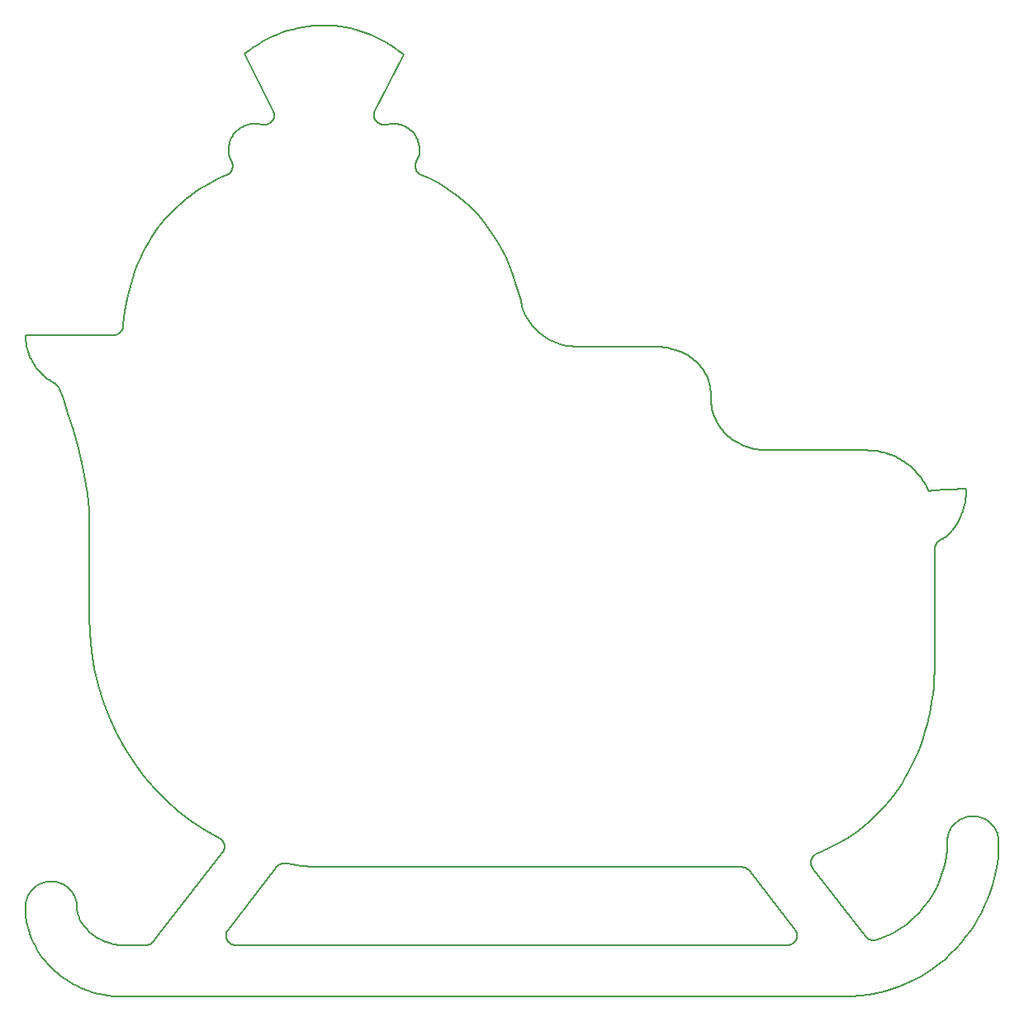
<source format=gm1>
G04 #@! TF.GenerationSoftware,KiCad,Pcbnew,7.0.9*
G04 #@! TF.CreationDate,2023-12-10T17:01:55-06:00*
G04 #@! TF.ProjectId,Sleigh_Controller_Ornament_2023,536c6569-6768-45f4-936f-6e74726f6c6c,rev?*
G04 #@! TF.SameCoordinates,Original*
G04 #@! TF.FileFunction,Profile,NP*
%FSLAX46Y46*%
G04 Gerber Fmt 4.6, Leading zero omitted, Abs format (unit mm)*
G04 Created by KiCad (PCBNEW 7.0.9) date 2023-12-10 17:01:55*
%MOMM*%
%LPD*%
G01*
G04 APERTURE LIST*
G04 #@! TA.AperFunction,Profile*
%ADD10C,0.199600*%
G04 #@! TD*
G04 APERTURE END LIST*
D10*
X109572051Y-131047977D02*
X110023875Y-131210443D01*
X199200287Y-82703397D02*
X199245010Y-82605972D01*
X199181401Y-113627520D02*
X199074004Y-113696371D01*
X182108548Y-126267401D02*
X182069423Y-126295224D01*
X170030165Y-65424181D02*
X169755144Y-65343028D01*
X197736171Y-84602585D02*
X197770441Y-84577994D01*
X193779672Y-130401902D02*
X194497664Y-130060461D01*
X123542976Y-115671041D02*
X123576288Y-115708190D01*
X124141675Y-126025674D02*
X124115718Y-125985185D01*
X139946255Y-42285896D02*
X139853686Y-42256583D01*
X130156852Y-118086895D02*
X130213674Y-118091502D01*
X143057790Y-43032789D02*
X142980069Y-42955582D01*
X106607475Y-68992438D02*
X106635668Y-69014839D01*
X124628864Y-46279224D02*
X124640858Y-46327161D01*
X129725261Y-118098526D02*
X129781184Y-118088325D01*
X194962847Y-78198133D02*
X194800537Y-78011489D01*
X143409632Y-46754202D02*
X143400414Y-46706725D01*
X182491646Y-125279187D02*
X182497971Y-125316052D01*
X104022356Y-125765284D02*
X104205485Y-126183288D01*
X171947253Y-66444885D02*
X171738471Y-66281893D01*
X173669606Y-69730205D02*
X173631736Y-69435736D01*
X108964813Y-123748716D02*
X108893639Y-123580469D01*
X124493313Y-47119934D02*
X124464977Y-47160007D01*
X104393590Y-67069823D02*
X104465430Y-67172056D01*
X139151833Y-41385804D02*
X139150477Y-41349630D01*
X182146246Y-126237775D02*
X182108548Y-126267401D01*
X184823426Y-116958153D02*
X184873463Y-116938801D01*
X128831443Y-40981489D02*
X128831477Y-40981552D01*
X120361368Y-49576072D02*
X119879896Y-49945239D01*
X202423647Y-114019546D02*
X202331652Y-113931923D01*
X153014445Y-56758997D02*
X152583363Y-55791300D01*
X143600391Y-43861673D02*
X143555435Y-43758780D01*
X105969346Y-68595185D02*
X106075873Y-68664008D01*
X128887315Y-41290608D02*
X128891740Y-41332524D01*
X183986380Y-117715884D02*
X184001060Y-117670505D01*
X195903468Y-79656583D02*
X195791268Y-79433189D01*
X127684132Y-42326783D02*
X127615007Y-42316234D01*
X103835300Y-66034878D02*
X103887151Y-66157493D01*
X201582070Y-113452306D02*
X201461912Y-113404900D01*
X174165792Y-72539718D02*
X174059859Y-72290491D01*
X178111928Y-75565695D02*
X177834611Y-75499057D01*
X103581657Y-65251909D02*
X103616608Y-65387969D01*
X198287039Y-79717685D02*
X197828566Y-79736503D01*
X106397750Y-68846416D02*
X106397932Y-68846618D01*
X196709877Y-85417372D02*
X196739619Y-85356019D01*
X141265427Y-34444134D02*
X140795788Y-34130044D01*
X154134474Y-60130416D02*
X154069472Y-59889564D01*
X191486924Y-131211631D02*
X192273727Y-130978917D01*
X190319900Y-125969233D02*
X190254316Y-125964665D01*
X128831477Y-40981552D02*
X128831520Y-40981638D01*
X175634883Y-74408590D02*
X175430433Y-74236650D01*
X104254211Y-66856251D02*
X104322947Y-66964268D01*
X177313002Y-118581317D02*
X177358843Y-118606716D01*
X143449661Y-46173111D02*
X143468282Y-46125739D01*
X185648692Y-116598526D02*
X186325041Y-116266154D01*
X128750020Y-41877970D02*
X128724089Y-41912918D01*
X173231588Y-68098347D02*
X173111900Y-67858394D01*
X198742227Y-83520557D02*
X198783289Y-83457492D01*
X143845907Y-47384339D02*
X143845610Y-47384362D01*
X199292235Y-113563780D02*
X199181401Y-113627520D01*
X127615007Y-42316234D02*
X127580779Y-42310316D01*
X201924273Y-113627527D02*
X201813418Y-113563787D01*
X198363281Y-84014826D02*
X198466032Y-83885581D01*
X141284703Y-42227147D02*
X141169562Y-42223970D01*
X109046110Y-123916308D02*
X108964813Y-123748716D01*
X201699295Y-113505324D02*
X201582070Y-113452306D01*
X105384262Y-120021424D02*
X105258797Y-120057162D01*
X124233882Y-44822090D02*
X124229130Y-44934824D01*
X181663449Y-126454168D02*
X181613506Y-126460517D01*
X184058061Y-118463109D02*
X184036187Y-118418682D01*
X202938507Y-114743263D02*
X202879963Y-114629220D01*
X199483051Y-82006440D02*
X199534192Y-81853616D01*
X124449323Y-45897966D02*
X124505661Y-46004052D01*
X197638832Y-118239319D02*
X197433550Y-119006389D01*
X189820856Y-125814442D02*
X189765317Y-125776428D01*
X142547848Y-42621217D02*
X142453490Y-42565330D01*
X128090423Y-42311683D02*
X128046142Y-42322073D01*
X105756586Y-68446410D02*
X105862892Y-68522548D01*
X198700425Y-83582814D02*
X198742227Y-83520557D01*
X128831293Y-40981276D02*
X128831315Y-40981316D01*
X156782883Y-64180533D02*
X156408770Y-63923307D01*
X199806704Y-125656984D02*
X200257960Y-125046101D01*
X195859715Y-103802248D02*
X196037701Y-103056167D01*
X200688769Y-113247657D02*
X200552778Y-113244208D01*
X107783800Y-71967957D02*
X108302953Y-73676280D01*
X124372094Y-126267401D02*
X124334396Y-126237775D01*
X104690586Y-67464170D02*
X104768548Y-67556640D01*
X199288316Y-82507727D02*
X199330191Y-82408725D01*
X113368136Y-63247247D02*
X113346887Y-63294134D01*
X124532384Y-46047971D02*
X124556607Y-46092789D01*
X196056767Y-121883618D02*
X195578423Y-122534566D01*
X143709482Y-44184305D02*
X143677530Y-44074528D01*
X124868299Y-43174483D02*
X124788197Y-43275097D01*
X193972998Y-108670809D02*
X194310240Y-108017387D01*
X113029021Y-63693900D02*
X112988354Y-63724997D01*
X128831931Y-40982508D02*
X128831941Y-40982536D01*
X177019022Y-118482770D02*
X177069719Y-118492714D01*
X183984775Y-118281518D02*
X183972332Y-118234788D01*
X196684266Y-85480990D02*
X196709877Y-85417372D01*
X196646082Y-85614240D02*
X196662947Y-85546678D01*
X197701583Y-84626337D02*
X197736171Y-84602585D01*
X113403906Y-63150870D02*
X113387167Y-63199463D01*
X128424860Y-42173312D02*
X128385691Y-42195722D01*
X103607736Y-121555872D02*
X103560328Y-121676029D01*
X113412575Y-131760032D02*
X187237593Y-131760032D01*
X115434685Y-55457157D02*
X115175355Y-56003633D01*
X142453490Y-42565330D02*
X142356764Y-42513323D01*
X128831185Y-40981034D02*
X128831229Y-40981140D01*
X182412633Y-125039662D02*
X182453266Y-125136723D01*
X103723208Y-124899343D02*
X103861363Y-125337122D01*
X123976387Y-125569753D02*
X123972531Y-125519073D01*
X103430154Y-122182629D02*
X103413310Y-122314933D01*
X128831898Y-40982376D02*
X128831912Y-40982415D01*
X103786024Y-65909991D02*
X103835300Y-66034878D01*
X184941917Y-116914705D02*
X184947294Y-116913779D01*
X190663675Y-125913863D02*
X190586659Y-125936344D01*
X104187476Y-66745791D02*
X104254211Y-66856251D01*
X109861233Y-81025356D02*
X109927056Y-81847913D01*
X198634982Y-83675914D02*
X198657866Y-83644217D01*
X143620381Y-47185800D02*
X143589864Y-47147425D01*
X195543994Y-79000739D02*
X195409271Y-78792036D01*
X130098566Y-118081639D02*
X130156852Y-118086895D01*
X198257155Y-84138801D02*
X198284354Y-84108791D01*
X124199123Y-126102498D02*
X124169498Y-126064799D01*
X124229130Y-44934824D02*
X124229835Y-45045717D01*
X197049835Y-85006441D02*
X197106780Y-84970265D01*
X173111900Y-67858394D02*
X172979824Y-67627795D01*
X187237593Y-131760032D02*
X188127585Y-131737142D01*
X105642340Y-119968478D02*
X105512166Y-119991806D01*
X125041857Y-42986397D02*
X124952920Y-43078210D01*
X143271421Y-43283397D02*
X143203581Y-43196789D01*
X134579484Y-32163887D02*
X134036955Y-32150374D01*
X199832583Y-80472125D02*
X199846774Y-80322010D01*
X183963613Y-117808315D02*
X183973894Y-117761850D01*
X104000230Y-66399938D02*
X104060390Y-66517616D01*
X130281254Y-32703799D02*
X129760190Y-32875534D01*
X184265784Y-117267848D02*
X184303781Y-117234589D01*
X197433550Y-119006389D02*
X197171749Y-119758473D01*
X143762021Y-44418907D02*
X143736868Y-44296189D01*
X192398899Y-76286851D02*
X192166235Y-76191410D01*
X109254268Y-77397094D02*
X109448996Y-78336185D01*
X127911827Y-42343372D02*
X127866817Y-42347090D01*
X192403289Y-111122439D02*
X192828557Y-110535028D01*
X128856014Y-41094307D02*
X128869557Y-41168192D01*
X189661299Y-125688265D02*
X189613273Y-125638174D01*
X124817188Y-126454168D02*
X124768046Y-126445390D01*
X116527085Y-126079764D02*
X116490105Y-126124667D01*
X128570961Y-42070166D02*
X128536174Y-42097923D01*
X200257960Y-125046101D02*
X200679380Y-124416142D01*
X156408770Y-63923307D02*
X156056522Y-63638412D01*
X115976579Y-126437060D02*
X115923509Y-126448533D01*
X112434449Y-126370538D02*
X112201508Y-126318736D01*
X128817056Y-41766622D02*
X128796580Y-41804794D01*
X110010771Y-94516054D02*
X110191063Y-96334980D01*
X177266074Y-118558458D02*
X177313002Y-118581317D01*
X152583363Y-55791300D02*
X152110705Y-54862510D01*
X142728998Y-42744256D02*
X142639723Y-42680890D01*
X184081463Y-117496564D02*
X184106924Y-117455403D01*
X123777806Y-116092925D02*
X123789116Y-116139632D01*
X128888357Y-41561029D02*
X128878495Y-41604020D01*
X123728398Y-116756463D02*
X123707442Y-116801521D01*
X112470924Y-63917150D02*
X112419472Y-63918662D01*
X199406339Y-113505318D02*
X199292235Y-113563780D01*
X128852021Y-41687249D02*
X128835562Y-41727431D01*
X196739619Y-85356019D02*
X196773329Y-85297128D01*
X129183431Y-118415699D02*
X129224457Y-118371678D01*
X173730987Y-70934967D02*
X173708067Y-70643416D01*
X143489336Y-46078919D02*
X143512839Y-46032734D01*
X131338919Y-32429809D02*
X130807760Y-32555225D01*
X123687839Y-115869475D02*
X123710259Y-115912522D01*
X198311041Y-84078032D02*
X198337317Y-84046663D01*
X123789116Y-116139632D02*
X123798178Y-116186804D01*
X113611261Y-61492494D02*
X113451973Y-62847350D01*
X129312614Y-118292599D02*
X129359455Y-118257579D01*
X159161618Y-65030937D02*
X158926815Y-64996993D01*
X116229794Y-126336892D02*
X116181194Y-126362578D01*
X142980069Y-42955582D02*
X142899287Y-42881695D01*
X114708003Y-57135317D02*
X114499988Y-57720327D01*
X200020046Y-113298016D02*
X199892105Y-113327585D01*
X139411018Y-41978516D02*
X139378934Y-41944384D01*
X128831394Y-40981414D02*
X128831416Y-40981445D01*
X188827294Y-114697415D02*
X189401395Y-114248386D01*
X182506515Y-125391098D02*
X182508683Y-125429224D01*
X140232250Y-42329453D02*
X140136275Y-42322603D01*
X143808659Y-44771865D02*
X143797967Y-44656680D01*
X123777133Y-116617451D02*
X123763235Y-116664339D01*
X169755144Y-65343028D02*
X169473451Y-65272447D01*
X198594449Y-114111438D02*
X198511197Y-114207445D01*
X199428509Y-82158318D02*
X199483051Y-82006440D01*
X171738471Y-66281893D02*
X171520160Y-66128863D01*
X103782959Y-121213669D02*
X103719218Y-121324524D01*
X178394413Y-75620679D02*
X178111928Y-75565695D01*
X106398687Y-68847295D02*
X106399319Y-68847806D01*
X202135507Y-113770172D02*
X202031692Y-113696378D01*
X123764257Y-116046770D02*
X123777806Y-116092925D01*
X113142389Y-63589669D02*
X113106113Y-63626147D01*
X124230488Y-126138708D02*
X124199123Y-126102498D01*
X184106924Y-117455403D02*
X184134505Y-117415344D01*
X105650500Y-68367083D02*
X105756586Y-68446410D01*
X124464977Y-47160007D02*
X124434570Y-47198767D01*
X143512839Y-46032734D02*
X143538809Y-45987267D01*
X198823630Y-83393661D02*
X198863266Y-83329111D01*
X155727699Y-63327407D02*
X155423861Y-62991852D01*
X200552778Y-113244208D02*
X200416785Y-113247656D01*
X182448846Y-125810843D02*
X182430977Y-125856161D01*
X140327887Y-42328272D02*
X140232250Y-42329453D01*
X154069472Y-59889564D02*
X153756375Y-58808726D01*
X116451082Y-126166874D02*
X116410144Y-126206368D01*
X182069423Y-126295224D02*
X182028934Y-126321182D01*
X192273727Y-130978917D02*
X193038168Y-130708531D01*
X124263530Y-126173366D02*
X124230488Y-126138708D01*
X123971230Y-125467719D02*
X123971959Y-125429224D01*
X189904696Y-75724957D02*
X189637999Y-75719977D01*
X106382990Y-129096646D02*
X106733688Y-129398859D01*
X158466781Y-64901524D02*
X158020810Y-64770584D01*
X120484138Y-113783031D02*
X121920280Y-114726334D01*
X143815230Y-44995163D02*
X143814430Y-44884671D01*
X128866357Y-41646103D02*
X128852021Y-41687249D01*
X139208776Y-41670158D02*
X139193349Y-41626349D01*
X143687502Y-47258357D02*
X143652933Y-47222805D01*
X177834611Y-75499057D02*
X177562848Y-75420968D01*
X133496615Y-118463993D02*
X133959562Y-118470771D01*
X106397595Y-68846019D02*
X106397624Y-68846078D01*
X124585589Y-46948355D02*
X124565716Y-46992758D01*
X124434570Y-47198767D02*
X124402110Y-47236122D01*
X110920780Y-125808764D02*
X110729180Y-125694871D01*
X201461912Y-113404900D02*
X201338990Y-113363272D01*
X184017920Y-117625797D02*
X184036949Y-117581847D01*
X112521892Y-63912681D02*
X112470924Y-63917150D01*
X124917809Y-126464373D02*
X124867130Y-126460517D01*
X103440576Y-64383148D02*
X103455300Y-64533637D01*
X197166395Y-84938117D02*
X197388670Y-84828269D01*
X140549763Y-42292531D02*
X140518358Y-42297950D01*
X182497971Y-125316052D02*
X182502936Y-125353365D01*
X173692590Y-70033494D02*
X173669606Y-69730205D01*
X183962217Y-118187698D02*
X183954417Y-118140333D01*
X107727464Y-120543151D02*
X107627447Y-120464486D01*
X188127585Y-131737142D02*
X188998089Y-131669426D01*
X108661004Y-122182588D02*
X108637688Y-122052365D01*
X194800537Y-78011489D02*
X194631767Y-77830801D01*
X106075873Y-68664008D02*
X106182400Y-68728703D01*
X199154163Y-82799940D02*
X199200287Y-82703397D01*
X141169562Y-42223970D02*
X140978224Y-42221972D01*
X123730475Y-115956479D02*
X123748477Y-116001259D01*
X198279674Y-127360870D02*
X198816986Y-126815799D01*
X119415498Y-50328641D02*
X118968178Y-50726178D01*
X128831793Y-40982162D02*
X128831842Y-40982254D01*
X197596329Y-84694007D02*
X197631619Y-84671904D01*
X197828323Y-79736512D02*
X197828103Y-79736514D01*
X157177301Y-64408528D02*
X156782883Y-64180533D01*
X128737541Y-33288497D02*
X128237532Y-33529730D01*
X182489130Y-125668838D02*
X182477985Y-125717119D01*
X196007811Y-79884521D02*
X195903468Y-79656583D01*
X181760872Y-126434245D02*
X181712591Y-126445390D01*
X127546929Y-42303667D02*
X127414261Y-42273776D01*
X182483987Y-125242795D02*
X182491646Y-125279187D01*
X106741003Y-69112882D02*
X106764991Y-69139986D01*
X197171749Y-119758473D02*
X196854383Y-120491452D01*
X105274275Y-68067698D02*
X105341395Y-68124735D01*
X124243947Y-44707256D02*
X124233882Y-44822090D01*
X198587655Y-83737057D02*
X198611537Y-83706798D01*
X173512765Y-68873559D02*
X173432378Y-68606005D01*
X104566557Y-120390741D02*
X104462834Y-120464629D01*
X143335736Y-43372952D02*
X143271421Y-43283397D01*
X116131446Y-126385455D02*
X116080675Y-126405505D01*
X172512850Y-66992879D02*
X172334800Y-66800455D01*
X143453329Y-43560531D02*
X143396411Y-43465361D01*
X192166235Y-76191410D02*
X191929381Y-76104222D01*
X124658837Y-46667274D02*
X124652193Y-46715405D01*
X194456712Y-77656247D02*
X194275546Y-77488002D01*
X127753377Y-42337125D02*
X127684132Y-42326783D01*
X143450463Y-46893092D02*
X143434674Y-46847469D01*
X184873463Y-116938801D02*
X184922987Y-116918784D01*
X199370619Y-82309028D02*
X199428509Y-82158318D01*
X139151108Y-41279869D02*
X139152949Y-41246584D01*
X104465430Y-67172056D02*
X104538936Y-67271866D01*
X184229846Y-117302639D02*
X184265784Y-117267848D01*
X123982735Y-125619695D02*
X123976387Y-125569753D01*
X110544502Y-125573949D02*
X110366999Y-125446457D01*
X107191321Y-120199301D02*
X107074113Y-120146214D01*
X196008893Y-79884434D02*
X196007811Y-79884521D01*
X106044820Y-119937903D02*
X105908834Y-119941358D01*
X105075315Y-67884524D02*
X105141203Y-67947671D01*
X203186324Y-115619191D02*
X203169452Y-115486911D01*
X191654914Y-125548819D02*
X191250311Y-125714291D01*
X112201508Y-126318736D02*
X111973711Y-126256683D01*
X105009900Y-67819182D02*
X105075315Y-67884524D01*
X129781184Y-118088325D02*
X129837585Y-118081309D01*
X181511473Y-126465674D02*
X124969162Y-126465674D01*
X197440581Y-84795906D02*
X197457430Y-84784007D01*
X156056522Y-63638412D02*
X155727699Y-63327407D01*
X124672411Y-126420796D02*
X124626044Y-126405106D01*
X124626044Y-126405106D02*
X124580727Y-126387236D01*
X125654746Y-42535997D02*
X125544176Y-42598496D01*
X177037522Y-75231259D02*
X176784729Y-75120046D01*
X203080769Y-115103363D02*
X203039078Y-114980502D01*
X141398748Y-42235229D02*
X141284703Y-42227147D01*
X196773329Y-85297128D02*
X196810845Y-85240894D01*
X105408862Y-68179892D02*
X105476644Y-68233248D01*
X198902217Y-83263883D02*
X198940500Y-83198024D01*
X197631619Y-84671904D02*
X197666718Y-84649396D01*
X124248197Y-45263029D02*
X124266144Y-45369970D01*
X126003009Y-42380847D02*
X125884365Y-42427051D01*
X199766597Y-113363266D02*
X199643688Y-113404894D01*
X124356783Y-45687064D02*
X124399745Y-45792390D01*
X139187554Y-41057500D02*
X139194731Y-41038576D01*
X108086446Y-120902255D02*
X108003198Y-120806149D01*
X104538936Y-67271866D02*
X104614018Y-67369241D01*
X110034532Y-125173606D02*
X109880171Y-125029210D01*
X201758881Y-122426112D02*
X202055212Y-121734153D01*
X109238198Y-124247531D02*
X109137312Y-124082746D01*
X197827681Y-79736506D02*
X197827454Y-79736499D01*
X159639823Y-65070271D02*
X159399353Y-65055428D01*
X198289775Y-114518446D02*
X198225971Y-114629217D01*
X197491075Y-84760053D02*
X197508079Y-84748502D01*
X125134907Y-42899167D02*
X125041857Y-42986397D01*
X195671385Y-79214515D02*
X195543994Y-79000739D01*
X128832084Y-40982782D02*
X128832159Y-40982897D01*
X128237532Y-33529730D02*
X127746117Y-33794133D01*
X139152949Y-41246584D02*
X139155710Y-41214565D01*
X124290127Y-45476115D02*
X124320292Y-45581726D01*
X143641127Y-43966953D02*
X143600391Y-43861673D01*
X116004647Y-54403437D02*
X115711117Y-54923726D01*
X112909190Y-131748274D02*
X113412575Y-131760032D01*
X183949715Y-117902399D02*
X183955549Y-117855193D01*
X143561400Y-47107765D02*
X143535004Y-47066901D01*
X197123016Y-128375186D02*
X197714825Y-127881142D01*
X103549860Y-65113654D02*
X103581657Y-65251909D01*
X188232473Y-115124301D02*
X188827294Y-114697415D01*
X182410992Y-125900365D02*
X182388954Y-125943394D01*
X103616449Y-63918693D02*
X103417379Y-63918693D01*
X192828557Y-110535028D02*
X193232021Y-109930224D01*
X198682144Y-114019540D02*
X198594449Y-114111438D01*
X104898699Y-120199427D02*
X104784656Y-120257972D01*
X128831958Y-40982573D02*
X128831986Y-40982624D01*
X127149285Y-42234899D02*
X127017382Y-42225669D01*
X177358843Y-118606716D02*
X177403489Y-118634643D01*
X107479687Y-129956024D02*
X107873582Y-130209893D01*
X197525343Y-84737571D02*
X197596329Y-84694007D01*
X112622073Y-63895225D02*
X112572300Y-63905342D01*
X196037701Y-103056167D02*
X196192395Y-102299224D01*
X197826567Y-79736503D02*
X197372090Y-79761785D01*
X143742915Y-45515214D02*
X143767721Y-45415307D01*
X197909488Y-115753408D02*
X197906035Y-115889396D01*
X198284354Y-84108791D02*
X198311041Y-84078032D01*
X190189194Y-125955818D02*
X190124759Y-125942719D01*
X113430204Y-63051617D02*
X113418277Y-63101558D01*
X116315273Y-53896390D02*
X116004647Y-54403437D01*
X123977707Y-125353365D02*
X123982673Y-125316052D01*
X112988354Y-63724997D02*
X112946374Y-63754121D01*
X115869928Y-126457114D02*
X115815963Y-126462788D01*
X139594600Y-42128064D02*
X139516903Y-42072604D01*
X177169405Y-118520420D02*
X177218172Y-118538155D01*
X197826909Y-79736495D02*
X197826567Y-79736503D01*
X199581877Y-81700067D02*
X199626054Y-81546013D01*
X113323496Y-63340032D02*
X113298039Y-63384854D01*
X103608595Y-124452489D02*
X103723208Y-124899343D01*
X143845610Y-47384362D02*
X143803143Y-47355458D01*
X128832027Y-40982692D02*
X128832084Y-40982782D01*
X103452808Y-123533721D02*
X103518228Y-123997101D01*
X183945713Y-118045123D02*
X183944785Y-117997450D01*
X106397040Y-68845609D02*
X106397333Y-68845803D01*
X117349710Y-52455695D02*
X116987807Y-52922420D01*
X196515368Y-99969162D02*
X196575539Y-99174709D01*
X182028934Y-126321182D02*
X181987144Y-126345211D01*
X123972531Y-125519073D02*
X123971230Y-125467719D01*
X132117576Y-118368852D02*
X132575643Y-118412218D01*
X199626054Y-81546013D02*
X199666670Y-81391678D01*
X128604463Y-42041142D02*
X128570961Y-42070166D01*
X124618837Y-46857085D02*
X124603302Y-46903100D01*
X124304573Y-44347532D02*
X124279438Y-44470238D01*
X198940500Y-83198024D02*
X198978132Y-83131576D01*
X113177049Y-63551577D02*
X113142389Y-63589669D01*
X103455300Y-64533637D02*
X103473690Y-64681943D01*
X129509271Y-118170817D02*
X129561821Y-118148058D01*
X127866817Y-42347090D02*
X127821816Y-42349070D01*
X104673886Y-120321799D02*
X104566557Y-120390741D01*
X108699645Y-130665497D02*
X109130407Y-130866148D01*
X200150251Y-113274727D02*
X200020046Y-113298016D01*
X196011690Y-79884256D02*
X196009892Y-79884364D01*
X183944785Y-117997450D02*
X183946123Y-117949847D01*
X108697357Y-122746857D02*
X108691560Y-122585151D01*
X123630319Y-116931603D02*
X123599831Y-116972968D01*
X135661105Y-32260327D02*
X135121129Y-32200539D01*
X124614459Y-46231726D02*
X124628864Y-46279224D01*
X103518228Y-123997101D02*
X103608595Y-124452489D01*
X124040121Y-125102489D02*
X124129800Y-124942600D01*
X124665305Y-46570208D02*
X124663213Y-46618844D01*
X124451706Y-126321182D02*
X124411218Y-126295224D01*
X128843006Y-41031222D02*
X128856014Y-41094307D01*
X119879896Y-49945239D02*
X119415498Y-50328641D01*
X197388670Y-84828269D02*
X197397540Y-84823406D01*
X111119047Y-125915168D02*
X110920780Y-125808764D01*
X123996660Y-125242795D02*
X124005628Y-125206902D01*
X140877983Y-42231769D02*
X140827984Y-42238689D01*
X202879963Y-114629220D02*
X202816137Y-114518450D01*
X106460199Y-68888270D02*
X106519982Y-68928756D01*
X124719766Y-126434245D02*
X124672411Y-126420796D01*
X181562827Y-126464373D02*
X181511473Y-126465674D01*
X201085519Y-113298020D02*
X200955307Y-113274730D01*
X103925606Y-121002436D02*
X103851811Y-121106250D01*
X111416084Y-101541415D02*
X112041585Y-103177425D01*
X140678887Y-42265424D02*
X140580595Y-42286470D01*
X112419472Y-63918662D02*
X109967452Y-63922413D01*
X111433386Y-131576242D02*
X111918893Y-131655838D01*
X173700331Y-70345527D02*
X173692590Y-70033494D01*
X139158246Y-41459983D02*
X139154398Y-41422639D01*
X190254316Y-125964665D02*
X190189194Y-125955818D01*
X128536174Y-42097923D02*
X128500178Y-42124385D01*
X189401395Y-114248386D02*
X189954640Y-113777807D01*
X177640043Y-118854484D02*
X182412633Y-125039662D01*
X197423574Y-84807418D02*
X197440581Y-84795906D01*
X130752804Y-118178625D02*
X131206177Y-118251240D01*
X199865202Y-79692206D02*
X199675917Y-79692206D01*
X123809461Y-116426485D02*
X123804852Y-116474560D01*
X123804852Y-116474560D02*
X123797933Y-116522472D01*
X193038168Y-130708531D02*
X193779672Y-130401902D01*
X108677866Y-122314905D02*
X108661004Y-122182588D01*
X151036162Y-53124037D02*
X150432029Y-52315549D01*
X139194731Y-41038576D02*
X142170561Y-35141615D01*
X196810845Y-85240894D02*
X196852004Y-85187513D01*
X105341395Y-68124735D02*
X105408862Y-68179892D01*
X175848353Y-74570919D02*
X175634883Y-74408590D01*
X128831362Y-40981378D02*
X128831394Y-40981414D01*
X124643300Y-46763145D02*
X124632175Y-46810403D01*
X198074131Y-84315472D02*
X198136284Y-84258759D01*
X196014815Y-79884009D02*
X196014063Y-79884089D01*
X106577594Y-119991734D02*
X106447381Y-119968421D01*
X105512166Y-119991806D02*
X105384262Y-120021424D01*
X107074113Y-120146214D02*
X106953968Y-120098746D01*
X125231867Y-42816640D02*
X125134907Y-42899167D01*
X124115718Y-125985185D02*
X124091689Y-125943394D01*
X124768046Y-126445390D02*
X124719766Y-126434245D01*
X115761742Y-126465537D02*
X113412583Y-126466041D01*
X139150260Y-41314268D02*
X139151108Y-41279869D01*
X143535004Y-47066901D02*
X143510696Y-47024919D01*
X171520160Y-66128863D02*
X171292675Y-65985873D01*
X141511582Y-42248124D02*
X141398748Y-42235229D01*
X124652193Y-46715405D02*
X124643300Y-46763145D01*
X174414733Y-73014658D02*
X174284212Y-72781175D01*
X124867130Y-126460517D02*
X124817188Y-126454168D01*
X184138060Y-118591300D02*
X184108985Y-118549504D01*
X195118522Y-78390556D02*
X194962847Y-78198133D01*
X136198624Y-32343248D02*
X135661105Y-32260327D01*
X128696491Y-41946738D02*
X128667304Y-41979400D01*
X106288853Y-68788957D02*
X106395158Y-68844459D01*
X143132332Y-43113222D02*
X143057790Y-43032789D01*
X187617067Y-115528448D02*
X188232473Y-115124301D01*
X124788197Y-43275097D02*
X124712818Y-43379929D01*
X193157052Y-124741328D02*
X192799197Y-124964011D01*
X196944605Y-85090095D02*
X196995722Y-85046449D01*
X142257785Y-42465289D02*
X142156670Y-42421321D01*
X190998020Y-112774372D02*
X191487886Y-112242705D01*
X192627200Y-76390366D02*
X192398899Y-76286851D01*
X128304713Y-42236297D02*
X128263057Y-42254407D01*
X173708067Y-70643416D02*
X173700331Y-70345527D01*
X140728400Y-42255692D02*
X140678887Y-42265424D01*
X190486893Y-113286271D02*
X190998020Y-112774372D01*
X139378934Y-41944384D02*
X139348610Y-41908922D01*
X136732897Y-32449300D02*
X136198624Y-32343248D01*
X122457965Y-48243733D02*
X121908214Y-48554969D01*
X143801718Y-45209469D02*
X143811010Y-45103407D01*
X199330191Y-82408725D02*
X199370619Y-82309028D01*
X113346887Y-63294134D02*
X113323496Y-63340032D01*
X190943566Y-75841514D02*
X190688386Y-75798232D01*
X143803143Y-47355458D02*
X143762625Y-47324767D01*
X175430433Y-74236650D02*
X175235389Y-74055306D01*
X128831640Y-40981897D02*
X128831727Y-40982044D01*
X158020810Y-64770584D02*
X157590463Y-64605731D01*
X108832811Y-123412065D02*
X108782548Y-123244003D01*
X131206177Y-118251240D02*
X131661094Y-118314920D01*
X184036187Y-118418682D02*
X184016690Y-118373551D01*
X177403489Y-118634643D02*
X177446827Y-118665082D01*
X123710259Y-115912522D02*
X123730475Y-115956479D01*
X197666718Y-84649396D02*
X197701583Y-84626337D01*
X115175355Y-56003633D02*
X114933127Y-56563052D01*
X125882172Y-35083502D02*
X128831129Y-40980898D01*
X124577038Y-43601763D02*
X124517044Y-43718523D01*
X109880171Y-125029210D02*
X109734172Y-124880170D01*
X182464536Y-125764475D02*
X182448846Y-125810843D01*
X106396600Y-68845332D02*
X106397040Y-68845609D01*
X191250311Y-125714291D02*
X190834318Y-125864173D01*
X113210020Y-63511960D02*
X113177049Y-63551577D01*
X113446428Y-62950205D02*
X113439613Y-63001136D01*
X189637999Y-75719977D02*
X179568327Y-75719977D01*
X172835720Y-67406625D02*
X172679943Y-67194961D01*
X105135936Y-120098854D02*
X105015848Y-120146332D01*
X108893639Y-123580469D02*
X108832811Y-123412065D01*
X113161601Y-126459842D02*
X112914749Y-126441552D01*
X202235549Y-113848743D02*
X202135507Y-113770172D01*
X203034725Y-118124115D02*
X203126175Y-117382072D01*
X184922987Y-116918784D02*
X184926064Y-116918036D01*
X139516903Y-42072604D02*
X139444768Y-42011287D01*
X176967903Y-118475451D02*
X177019022Y-118482770D01*
X127281646Y-42250894D02*
X127149285Y-42234899D01*
X188998089Y-131669426D02*
X189848530Y-131558316D01*
X143393421Y-46658798D02*
X143388670Y-46610503D01*
X200823001Y-113257887D02*
X200688769Y-113247657D01*
X112813308Y-63828760D02*
X112766829Y-63849097D01*
X197106780Y-84970265D02*
X197166395Y-84938117D01*
X184134505Y-117415344D02*
X184164194Y-117376473D01*
X182497907Y-125619695D02*
X182489130Y-125668838D01*
X182509413Y-125467719D02*
X182508112Y-125519073D01*
X198136284Y-84258759D02*
X198167049Y-84229854D01*
X128869557Y-41168192D02*
X128882008Y-41248918D01*
X143782404Y-44539049D02*
X143762021Y-44418907D01*
X143392434Y-46415323D02*
X143399153Y-46366446D01*
X123971959Y-125429224D02*
X123974127Y-125391098D01*
X147543525Y-49500499D02*
X146697785Y-48904446D01*
X110955245Y-131475117D02*
X111433386Y-131576242D01*
X197906035Y-115889396D02*
X197876028Y-116676703D01*
X108691560Y-122585151D02*
X108688107Y-122449149D01*
X106578731Y-68970689D02*
X106607475Y-68992438D01*
X199892105Y-113327585D02*
X199766597Y-113363266D01*
X104060390Y-66517616D02*
X104122837Y-66632907D01*
X158926815Y-64996993D02*
X158466781Y-64901524D01*
X203196571Y-115753408D02*
X203186324Y-115619191D01*
X173966799Y-72033698D02*
X173886996Y-71769545D01*
X128831129Y-40980898D02*
X128831185Y-40981034D01*
X168287092Y-65097383D02*
X167977391Y-65080811D01*
X139163704Y-41154929D02*
X139168793Y-41127614D01*
X139269115Y-41794907D02*
X139246751Y-41754472D01*
X139677121Y-42177395D02*
X139594600Y-42128064D01*
X142356764Y-42513323D02*
X142257785Y-42465289D01*
X196192395Y-102299224D02*
X196323661Y-101532013D01*
X107523657Y-120390600D02*
X107416261Y-120321662D01*
X124657688Y-46423984D02*
X124662560Y-46472686D01*
X143421058Y-46801144D02*
X143409632Y-46754202D01*
X118537936Y-51137751D02*
X118124777Y-51563261D01*
X154287720Y-60781515D02*
X154239071Y-60563560D01*
X183955549Y-117855193D02*
X183963613Y-117808315D01*
X123788696Y-116570132D02*
X123777133Y-116617451D01*
X124266144Y-45369970D02*
X124290127Y-45476115D01*
X184001060Y-117670505D02*
X184017920Y-117625797D01*
X132412046Y-32248444D02*
X131873944Y-32327550D01*
X105476644Y-68233248D02*
X105544709Y-68284881D01*
X129267566Y-118330638D02*
X129312614Y-118292599D01*
X190751814Y-125888373D02*
X190663675Y-125913863D01*
X195048326Y-123149930D02*
X194467430Y-123725592D01*
X123746993Y-116710706D02*
X123728398Y-116756463D01*
X126371842Y-42276764D02*
X126246951Y-42305582D01*
X195187356Y-105969384D02*
X195434407Y-105259451D01*
X143408218Y-46317702D02*
X143419646Y-46269176D01*
X106663215Y-69037987D02*
X106690018Y-69061980D01*
X139168793Y-41127614D02*
X139174512Y-41102170D01*
X106395158Y-68844459D02*
X106396600Y-68845332D01*
X198514627Y-83825970D02*
X198563460Y-83766879D01*
X190061240Y-125925397D02*
X189998863Y-125903880D01*
X112858776Y-63806092D02*
X112813308Y-63828760D01*
X143736868Y-44296189D02*
X143709482Y-44184305D01*
X143677438Y-45709336D02*
X143712838Y-45613202D01*
X129561821Y-118148058D02*
X129615433Y-118128411D01*
X155146570Y-62633309D02*
X154897384Y-62253338D01*
X143385964Y-46513146D02*
X143388043Y-46464251D01*
X106397508Y-68845934D02*
X106397595Y-68846019D01*
X177488748Y-118698020D02*
X177529140Y-118733444D01*
X201070391Y-123768537D02*
X201430416Y-123104717D01*
X104847815Y-67646640D02*
X104928296Y-67734158D01*
X104768548Y-67556640D02*
X104847815Y-67646640D01*
X127746117Y-33794133D02*
X127264086Y-34081710D01*
X189568205Y-125584113D02*
X184138060Y-118591300D01*
X191688512Y-76025461D02*
X191443804Y-75955305D01*
X103483016Y-121924470D02*
X103453445Y-122052419D01*
X193232021Y-109930224D02*
X193613547Y-109308619D01*
X199210182Y-79695162D02*
X198747400Y-79703780D01*
X179269023Y-75713657D02*
X178973345Y-75694864D01*
X140827984Y-42238689D02*
X140778111Y-42246722D01*
X103413041Y-123062890D02*
X103452808Y-123533721D01*
X124565716Y-46992758D02*
X124543701Y-47036217D01*
X104410046Y-126590592D02*
X104635335Y-126986656D01*
X103521068Y-64971963D02*
X103549860Y-65113654D01*
X199523546Y-113452300D02*
X199406339Y-113505318D01*
X196323661Y-101532013D02*
X196431364Y-100755127D01*
X128134330Y-42299693D02*
X128090423Y-42311683D01*
X140454544Y-42307669D02*
X140390579Y-42317239D01*
X182504256Y-125569753D02*
X182497907Y-125619695D01*
X110485174Y-131353003D02*
X110955245Y-131475117D01*
X150432029Y-52315549D02*
X149781823Y-51548354D01*
X154239071Y-60563560D02*
X154188021Y-60346543D01*
X189613273Y-125638174D02*
X189568205Y-125584113D01*
X182508112Y-125519073D02*
X182504256Y-125569753D01*
X104205485Y-126183288D02*
X104410046Y-126590592D01*
X199865202Y-79881476D02*
X199865202Y-79692206D01*
X143811010Y-45103407D02*
X143815230Y-44995163D01*
X184036949Y-117581847D02*
X184058134Y-117538740D01*
X198563460Y-83766879D02*
X198587655Y-83737057D01*
X200955307Y-113274730D02*
X200823001Y-113257887D01*
X174710542Y-73456884D02*
X174556972Y-73239963D01*
X134036932Y-32150023D02*
X133494328Y-32159683D01*
X140778111Y-42246722D02*
X140728400Y-42255692D01*
X193895582Y-77171146D02*
X193697132Y-77022888D01*
X104174981Y-120714293D02*
X104087358Y-120806289D01*
X139154398Y-41422639D02*
X139151833Y-41385804D01*
X106764991Y-69139986D02*
X106787846Y-69168320D01*
X202549170Y-120315895D02*
X202745647Y-119592457D01*
X170558758Y-65617901D02*
X170298155Y-65515831D01*
X139320137Y-41872167D02*
X139293608Y-41834150D01*
X169473451Y-65272447D02*
X169185442Y-65212517D01*
X107281321Y-70460646D02*
X107783800Y-71967957D01*
X126331325Y-34726391D02*
X125882172Y-35083502D01*
X191443804Y-75955305D02*
X191195430Y-75893931D01*
X134036955Y-32150374D02*
X134036932Y-32150023D01*
X124632175Y-46810403D02*
X124618837Y-46857085D01*
X143555435Y-43758780D02*
X143506376Y-43658369D01*
X197959913Y-115356734D02*
X197936595Y-115486910D01*
X108743072Y-123076782D02*
X108714601Y-122910901D01*
X140040697Y-42307993D02*
X139946255Y-42285896D01*
X123636421Y-115786473D02*
X123663224Y-115827429D01*
X120859914Y-49221238D02*
X120361368Y-49576072D01*
X183948920Y-118092779D02*
X183945713Y-118045123D01*
X112719413Y-63867013D02*
X112671136Y-63882419D01*
X103453445Y-122052419D02*
X103430154Y-122182629D01*
X126246951Y-42305582D02*
X126123939Y-42340317D01*
X196014063Y-79884089D02*
X196013300Y-79884153D01*
X106397624Y-68846078D02*
X106397624Y-68846128D01*
X127787755Y-42342784D02*
X127753377Y-42337125D01*
X108165083Y-121002303D02*
X108086446Y-120902255D01*
X124580727Y-126387236D02*
X124536524Y-126367250D01*
X130054059Y-118079333D02*
X130079092Y-118080292D01*
X103861363Y-125337122D02*
X104022356Y-125765284D01*
X103695586Y-65653449D02*
X103739421Y-65782844D01*
X128897127Y-41415051D02*
X128897682Y-41454673D01*
X143388670Y-46610503D02*
X143386178Y-46561925D01*
X106315069Y-119951566D02*
X106180826Y-119941338D01*
X140390579Y-42317239D02*
X140358985Y-42322472D01*
X199766614Y-80929189D02*
X199792450Y-80775936D01*
X184058134Y-117538740D02*
X184081463Y-117496564D01*
X105428543Y-128101983D02*
X105729714Y-128447667D01*
X140518358Y-42297950D02*
X140454544Y-42307669D01*
X128177789Y-42286132D02*
X128134330Y-42299693D01*
X133494328Y-32159683D02*
X132952437Y-32192489D01*
X189998863Y-125903880D02*
X189937856Y-125878197D01*
X196623839Y-97562720D02*
X196623839Y-85826209D01*
X170811618Y-65730316D02*
X170558758Y-65617901D01*
X128891740Y-41332524D02*
X128895078Y-41374170D01*
X193493271Y-76881646D02*
X193284173Y-76747596D01*
X105729714Y-128447667D02*
X106048098Y-128779402D01*
X117846138Y-111612658D02*
X119125002Y-112743537D01*
X124331101Y-47306248D02*
X124292587Y-47338834D01*
X128724089Y-41912918D02*
X128696491Y-41946738D01*
X142639723Y-42680890D02*
X142547848Y-42621217D01*
X139763729Y-42220325D02*
X139677121Y-42177395D01*
X196611741Y-98372364D02*
X196623839Y-97562720D01*
X123576288Y-115708190D02*
X123607439Y-115746697D01*
X197909258Y-84464691D02*
X197960489Y-84418509D01*
X112903156Y-63781182D02*
X112858776Y-63806092D01*
X104266880Y-120626573D02*
X104174981Y-120714293D01*
X108804527Y-75510898D02*
X109254268Y-77397094D01*
X177604899Y-118811689D02*
X177640043Y-118854484D01*
X198863266Y-83329111D02*
X198902217Y-83263883D01*
X113439613Y-63001136D02*
X113430204Y-63051617D01*
X197372090Y-79761785D02*
X196918780Y-79795141D01*
X196466425Y-79836054D02*
X196014815Y-79884009D01*
X124031797Y-125810843D02*
X124016106Y-125764475D01*
X143388043Y-46464251D02*
X143392434Y-46415323D01*
X197516672Y-84742943D02*
X197525343Y-84737571D01*
X199007536Y-83083655D02*
X199057772Y-82990131D01*
X109617921Y-79260152D02*
X109756760Y-80159656D01*
X190430064Y-75764260D02*
X190168776Y-75739776D01*
X198337317Y-84046663D02*
X198363281Y-84014826D01*
X113450573Y-62898913D02*
X113446428Y-62950205D01*
X199106653Y-82895539D02*
X199154163Y-82799940D01*
X125332534Y-42738939D02*
X125231867Y-42816640D01*
X129669962Y-118111894D02*
X129725261Y-118098526D01*
X145800352Y-48352671D02*
X144850101Y-47845770D01*
X159399353Y-65055428D02*
X159161618Y-65030937D01*
X104004177Y-120902393D02*
X103925606Y-121002436D01*
X198783289Y-83457492D02*
X198823630Y-83393661D01*
X128831520Y-40981638D02*
X128831574Y-40981752D01*
X203116507Y-115228830D02*
X203080769Y-115103363D01*
X143652933Y-47222805D02*
X143620381Y-47185800D01*
X202673309Y-114307398D02*
X202594644Y-114207450D01*
X108003198Y-120806149D02*
X107915507Y-120714150D01*
X106398235Y-68846905D02*
X106398687Y-68847295D01*
X113418277Y-63101558D02*
X113403906Y-63150870D01*
X139159319Y-41183963D02*
X139163704Y-41154929D01*
X193836688Y-124257431D02*
X193502922Y-124505630D01*
X183973894Y-117761850D02*
X183986380Y-117715884D01*
X128345617Y-42216726D02*
X128304713Y-42236297D01*
X128878495Y-41604020D02*
X128866357Y-41646103D01*
X112572300Y-63905342D02*
X112521892Y-63912681D01*
X202055212Y-121734153D02*
X202318833Y-121030271D01*
X127821816Y-42349070D02*
X127787755Y-42342784D01*
X201213469Y-113327590D02*
X201085519Y-113298020D01*
X103429615Y-64230486D02*
X103440576Y-64383148D01*
X123763235Y-116664339D02*
X123746993Y-116710706D01*
X109756760Y-80159656D02*
X109861233Y-81025356D01*
X104784656Y-120257972D02*
X104673886Y-120321799D01*
X197919730Y-115619191D02*
X197909488Y-115753408D01*
X126755762Y-42227023D02*
X126626451Y-42237363D01*
X116410144Y-126206368D02*
X116367419Y-126243133D01*
X128220723Y-42271028D02*
X128177789Y-42286132D01*
X111323727Y-126013622D02*
X111119047Y-125915168D01*
X103413310Y-122314933D02*
X103403079Y-122449163D01*
X199856976Y-80173382D02*
X199863137Y-80026464D01*
X197831063Y-84531332D02*
X197857403Y-84509611D01*
X132575643Y-118412218D02*
X133035316Y-118444204D01*
X131873944Y-32327550D02*
X131338919Y-32429809D01*
X124252092Y-47369646D02*
X124209633Y-47398591D01*
X168891474Y-65163311D02*
X168591905Y-65124908D01*
X143712838Y-45613202D02*
X143742915Y-45515214D01*
X176784729Y-75120046D02*
X176539031Y-74998202D01*
X176916472Y-118470771D02*
X176967903Y-118475451D01*
X172146149Y-66617765D02*
X171947253Y-66444885D01*
X177567894Y-118771338D02*
X177604899Y-118811689D01*
X123982673Y-125316052D02*
X123989000Y-125279187D01*
X124399745Y-45792390D02*
X124449323Y-45897966D01*
X106733688Y-129398859D02*
X107099488Y-129685499D01*
X124663213Y-46618844D02*
X124658837Y-46667274D01*
X167977391Y-65080811D02*
X167663160Y-65075271D01*
X184343825Y-117202949D02*
X184343825Y-117202430D01*
X143203581Y-43196789D02*
X143132332Y-43113222D01*
X173820837Y-71498236D02*
X173768705Y-71219975D01*
X198114374Y-114860411D02*
X198066915Y-114980500D01*
X176070457Y-74723433D02*
X175848353Y-74570919D01*
X111534567Y-126103665D02*
X111323727Y-126013622D01*
X113598731Y-106271407D02*
X114523843Y-107719768D01*
X196013300Y-79884153D02*
X196011690Y-79884256D01*
X112914749Y-126441552D02*
X112672280Y-126411630D01*
X128831842Y-40982254D02*
X128831876Y-40982324D01*
X113451973Y-62847350D02*
X113450573Y-62898913D01*
X107416261Y-120321662D02*
X107305427Y-120257840D01*
X123684116Y-116845790D02*
X123658411Y-116889180D01*
X124015879Y-125171536D02*
X124027385Y-125136723D01*
X107873582Y-130209893D02*
X108280469Y-130446565D01*
X128831315Y-40981316D02*
X128831333Y-40981344D01*
X184935736Y-116915910D02*
X184941917Y-116914705D01*
X125768210Y-42478809D02*
X125654746Y-42535997D01*
X112766829Y-63849097D02*
X112719413Y-63867013D01*
X128046142Y-42322073D02*
X128001566Y-42330836D01*
X123809523Y-116282180D02*
X123811788Y-116330205D01*
X139826305Y-33571177D02*
X139328035Y-33326406D01*
X126123939Y-42340317D02*
X126003009Y-42380847D01*
X202511367Y-114111444D02*
X202423647Y-114019546D01*
X154188021Y-60346543D02*
X154134474Y-60130416D01*
X107915507Y-120714150D02*
X107823539Y-120626429D01*
X143636667Y-45803681D02*
X143677438Y-45709336D01*
X114135286Y-58928188D02*
X113839038Y-60185842D01*
X129894319Y-118077499D02*
X129951239Y-118076911D01*
X124712818Y-43379929D02*
X124642364Y-43488858D01*
X121908214Y-48554969D02*
X121375530Y-48880838D01*
X105015848Y-120146332D02*
X104898699Y-120199427D01*
X184303781Y-117234589D02*
X184343825Y-117202949D01*
X181613506Y-126460517D02*
X181562827Y-126464373D01*
X121920280Y-114726334D02*
X123430161Y-115568641D01*
X118124777Y-51563261D02*
X117728700Y-52002609D01*
X142899287Y-42881695D02*
X142815558Y-42811223D01*
X190688386Y-75798232D02*
X190430064Y-75764260D01*
X198870193Y-113848736D02*
X198774115Y-113931917D01*
X143814430Y-44884671D02*
X143808659Y-44771865D01*
X159882834Y-65075271D02*
X159639823Y-65070271D01*
X140795788Y-34130044D02*
X140315819Y-33839057D01*
X196623839Y-85826209D02*
X196626366Y-85754201D01*
X106397932Y-68846618D02*
X106398235Y-68846905D01*
X199863137Y-80026464D02*
X199865202Y-79881476D01*
X142815558Y-42811223D02*
X142728998Y-42744256D01*
X202907691Y-118861387D02*
X203034725Y-118124115D01*
X197786643Y-117461384D02*
X197638832Y-118239319D01*
X196009892Y-79884364D02*
X196008893Y-79884434D01*
X171292675Y-65985873D02*
X171056376Y-65852998D01*
X182430977Y-125856161D02*
X182410992Y-125900365D01*
X128831986Y-40982624D02*
X128832027Y-40982692D01*
X155423861Y-62991852D02*
X155146570Y-62633309D01*
X128831727Y-40982044D02*
X128831793Y-40982162D01*
X127414261Y-42273776D02*
X127281646Y-42250894D01*
X182477985Y-125717119D02*
X182464536Y-125764475D01*
X123430161Y-115568641D02*
X123469904Y-115601177D01*
X124603302Y-46903100D02*
X124585589Y-46948355D01*
X107305427Y-120257840D02*
X107191321Y-120199301D01*
X106953968Y-120098746D02*
X106831055Y-120057064D01*
X196918780Y-79795141D02*
X196466425Y-79836054D01*
X106829770Y-69229064D02*
X107281321Y-70460646D01*
X115711117Y-54923726D02*
X115434685Y-55457157D01*
X129837585Y-118081309D02*
X129894319Y-118077499D01*
X129224457Y-118371678D02*
X129267566Y-118330638D01*
X124169498Y-126064799D02*
X124141675Y-126025674D01*
X103399629Y-122585151D02*
X103413041Y-123062890D01*
X108530696Y-121675942D02*
X108483242Y-121555775D01*
X112041585Y-103177425D02*
X112770223Y-104755691D01*
X195860813Y-129278864D02*
X196504820Y-128841570D01*
X113839038Y-60185842D02*
X113611261Y-61492494D01*
X124402110Y-47236122D02*
X124367614Y-47271980D01*
X123748477Y-116001259D02*
X123764257Y-116046770D01*
X104087358Y-120806289D02*
X104004177Y-120902393D01*
X189712056Y-125734359D02*
X189661299Y-125688265D01*
X199666670Y-81391678D02*
X199703671Y-81237281D01*
X196431364Y-100755127D02*
X196515368Y-99969162D01*
X151595346Y-53973223D02*
X151036162Y-53124037D01*
X189937856Y-125878197D02*
X189878444Y-125848375D01*
X116080675Y-126405505D02*
X116029011Y-126422712D01*
X128831912Y-40982415D02*
X128831919Y-40982443D01*
X194625137Y-107348946D02*
X194917555Y-106666080D01*
X110487556Y-98115387D02*
X110896985Y-99852467D01*
X173338534Y-68347576D02*
X173231588Y-68098347D01*
X114933127Y-56563052D02*
X114708003Y-57135317D01*
X139150477Y-41349630D02*
X139150260Y-41314268D01*
X184947294Y-116913779D02*
X184952299Y-116905784D01*
X181808227Y-126420796D02*
X181760872Y-126434245D01*
X195191569Y-129685638D02*
X195860813Y-129278864D01*
X130300955Y-118097892D02*
X130752804Y-118178625D01*
X199245010Y-82605972D02*
X199288316Y-82507727D01*
X129951292Y-118076682D02*
X129951292Y-118077186D01*
X113068299Y-63660920D02*
X113029021Y-63693900D01*
X198611537Y-83706798D02*
X198634982Y-83675914D01*
X195267388Y-78588582D02*
X195118522Y-78390556D01*
X183972332Y-118234788D02*
X183962217Y-118187698D01*
X182311145Y-126064799D02*
X182281519Y-126102498D01*
X200416785Y-113247656D02*
X200282553Y-113257884D01*
X143767721Y-45415307D02*
X143787305Y-45313413D01*
X198970212Y-113770165D02*
X198870193Y-113848736D01*
X181899912Y-126387236D02*
X181854595Y-126405106D01*
X128882008Y-41248918D02*
X128887315Y-41290608D01*
X128895078Y-41374170D02*
X128897127Y-41415051D01*
X143538809Y-45987267D02*
X143590474Y-45896303D01*
X186325041Y-116266154D02*
X186981211Y-115909264D01*
X112671136Y-63882419D02*
X112622073Y-63895225D01*
X123811771Y-116378337D02*
X123809461Y-116426485D01*
X181987144Y-126345211D02*
X181944116Y-126367250D01*
X128831919Y-40982443D02*
X128831923Y-40982466D01*
X117728700Y-52002609D02*
X117349710Y-52455695D01*
X106400159Y-68848456D02*
X106460199Y-68888270D01*
X129245356Y-33070433D02*
X128737541Y-33288497D01*
X108714601Y-122910901D02*
X108697357Y-122746857D01*
X196995722Y-85046449D02*
X197049835Y-85006441D01*
X194310240Y-108017387D02*
X194625137Y-107348946D01*
X139328035Y-33326406D02*
X138821796Y-33104748D01*
X113241225Y-63470907D02*
X113210020Y-63511960D01*
X177119884Y-118505269D02*
X177169405Y-118520420D01*
X108238941Y-121106123D02*
X108165083Y-121002303D01*
X198167448Y-114743261D02*
X198114374Y-114860411D01*
X194917555Y-106666080D02*
X195187356Y-105969384D01*
X124209595Y-47398805D02*
X123608658Y-47665551D01*
X191487886Y-112242705D02*
X191956354Y-111691863D01*
X124209633Y-47398591D02*
X124209595Y-47398805D01*
X197828566Y-79736503D02*
X197828323Y-79736512D01*
X128835562Y-41727431D02*
X128817056Y-41766622D01*
X176300812Y-74865929D02*
X176070457Y-74723433D01*
X108572367Y-121798875D02*
X108530696Y-121675942D01*
X141733153Y-42287975D02*
X141623089Y-42265737D01*
X184164194Y-117376473D02*
X184195978Y-117338876D01*
X197960489Y-84418509D02*
X198011671Y-84371909D01*
X181712591Y-126445390D02*
X181663449Y-126454168D01*
X140136275Y-42322603D02*
X140040697Y-42307993D01*
X128001566Y-42330836D02*
X127956768Y-42337945D01*
X123991513Y-125668838D02*
X123982735Y-125619695D01*
X139180420Y-41581482D02*
X139170080Y-41535593D01*
X103417379Y-63918693D02*
X103429615Y-64230486D01*
X107684022Y-63918662D02*
X103616441Y-63918662D01*
X124413862Y-43963120D02*
X124371080Y-44090716D01*
X154677865Y-61853498D02*
X154489572Y-61435351D01*
X107099488Y-129685499D02*
X107479687Y-129956024D01*
X198197501Y-84200344D02*
X198227563Y-84170053D01*
X124367614Y-47271980D02*
X124331101Y-47306248D01*
X124536524Y-126367250D02*
X124493496Y-126345211D01*
X124049665Y-125856161D02*
X124031797Y-125810843D01*
X103518699Y-121798951D02*
X103483016Y-121924470D01*
X128500178Y-42124385D02*
X128463047Y-42149524D01*
X192799197Y-124964011D02*
X192429477Y-125173164D01*
X143468408Y-46937931D02*
X143450463Y-46893092D01*
X106809471Y-69197980D02*
X106829770Y-69229064D01*
X146697785Y-48904446D02*
X145800352Y-48352671D01*
X143488491Y-46981901D02*
X143468408Y-46937931D01*
X105774619Y-119951606D02*
X105642340Y-119968478D01*
X200282553Y-113257884D02*
X200150251Y-113274727D01*
X104635335Y-126986656D02*
X104880650Y-127370936D01*
X123507512Y-115635340D02*
X123542976Y-115671041D01*
X126792226Y-34392462D02*
X126331325Y-34726391D01*
X193697132Y-77022888D02*
X193493271Y-76881646D01*
X111918893Y-131655838D02*
X112411062Y-131713362D01*
X173768705Y-71219975D02*
X173730987Y-70934967D01*
X143396411Y-43465361D02*
X143335736Y-43372952D01*
X139444768Y-42011287D02*
X139411018Y-41978516D01*
X143433455Y-46220951D02*
X143449661Y-46173111D01*
X199326188Y-126247360D02*
X199806704Y-125656984D01*
X123608658Y-47665551D02*
X123024780Y-47947227D01*
X106635668Y-69014839D02*
X106663215Y-69037987D01*
X201430416Y-123104717D02*
X201758881Y-122426112D01*
X115815963Y-126462788D02*
X115761742Y-126465537D01*
X196626366Y-85754201D02*
X196633835Y-85683480D01*
X175235389Y-74055306D02*
X175050136Y-73864760D01*
X191195430Y-75893931D02*
X190943566Y-75841514D01*
X128831416Y-40981445D02*
X128831443Y-40981489D01*
X197770441Y-84577994D02*
X197804350Y-84552421D01*
X124556607Y-46092789D02*
X124578348Y-46138416D01*
X176539031Y-74998202D02*
X176300812Y-74865929D01*
X143724072Y-47292372D02*
X143687502Y-47258357D01*
X109734172Y-124880170D02*
X109596755Y-124726983D01*
X201813418Y-113563787D02*
X201699295Y-113505324D01*
X129407942Y-118225596D02*
X129457929Y-118196670D01*
X199007536Y-83084174D02*
X199007536Y-83083655D01*
X110196924Y-125312856D02*
X110034532Y-125173606D01*
X123974127Y-125391098D02*
X123977707Y-125353365D01*
X124969162Y-126465674D02*
X124917809Y-126464373D01*
X197883445Y-84487362D02*
X197909258Y-84464691D01*
X110729180Y-125694871D02*
X110544502Y-125573949D01*
X123797933Y-116522472D02*
X123788696Y-116570132D01*
X124129800Y-124942600D02*
X129144636Y-118462684D01*
X127264086Y-34081710D02*
X126792226Y-34392462D01*
X106397333Y-68845803D02*
X106397508Y-68845934D01*
X140315819Y-33839057D02*
X139826305Y-33571177D01*
X197406305Y-84818289D02*
X197414979Y-84812949D01*
X192048009Y-125368271D02*
X191654914Y-125548819D01*
X184082323Y-118506745D02*
X184058061Y-118463109D01*
X199792450Y-80775936D02*
X199814458Y-80623508D01*
X123469904Y-115601177D02*
X123507512Y-115635340D01*
X104322947Y-66964268D02*
X104393590Y-67069823D01*
X197828103Y-79736514D02*
X197827893Y-79736511D01*
X172334800Y-66800455D02*
X172146149Y-66617765D01*
X197827201Y-79736495D02*
X197826909Y-79736495D01*
X183999556Y-118327801D02*
X183984775Y-118281518D01*
X171056376Y-65852998D02*
X170811618Y-65730316D01*
X123804983Y-116234349D02*
X123809523Y-116282180D01*
X197508079Y-84748502D02*
X197516672Y-84742943D01*
X153405074Y-57765005D02*
X153014445Y-56758997D01*
X128385691Y-42195722D02*
X128345617Y-42216726D01*
X198490238Y-83855616D02*
X198514627Y-83825970D01*
X182250154Y-126138708D02*
X182217112Y-126173366D01*
X124642364Y-43488858D02*
X124577038Y-43601763D01*
X177446827Y-118665082D02*
X177488748Y-118698020D01*
X179568327Y-75719977D02*
X179269023Y-75713657D01*
X193613547Y-109308619D02*
X193972998Y-108670809D01*
X203200026Y-115889396D02*
X203196571Y-115753408D01*
X133035316Y-118444204D02*
X133496615Y-118463993D01*
X114499988Y-57720327D02*
X114135286Y-58928188D01*
X199737003Y-81083044D02*
X199766614Y-80929189D01*
X197414979Y-84812949D02*
X197423574Y-84807418D01*
X124411218Y-126295224D02*
X124372094Y-126267401D01*
X196633835Y-85683480D02*
X196646082Y-85614240D01*
X196854383Y-120491452D02*
X196482404Y-121201207D01*
X198511197Y-114207445D02*
X198432556Y-114307394D01*
X149084420Y-50823049D02*
X148338695Y-50140232D01*
X109949948Y-92663413D02*
X110010771Y-94516054D01*
X190834318Y-125864173D02*
X190751814Y-125888373D01*
X124005628Y-125206902D02*
X124015879Y-125171536D01*
X108430172Y-121438542D02*
X108371654Y-121324411D01*
X116642994Y-53402685D02*
X116315273Y-53896390D01*
X197989517Y-115228829D02*
X197959913Y-115356734D01*
X108637688Y-122052365D02*
X108608087Y-121924405D01*
X123607439Y-115746697D02*
X123636421Y-115786473D01*
X139163450Y-41497684D02*
X139158246Y-41459983D01*
X184929257Y-116917300D02*
X184935736Y-116915910D01*
X148338695Y-50140232D02*
X147543525Y-49500499D01*
X194275546Y-77488002D02*
X194088444Y-77326242D01*
X124505661Y-46004052D02*
X124532384Y-46047971D01*
X139155710Y-41214565D02*
X139159319Y-41183963D01*
X194088444Y-77326242D02*
X193895582Y-77171146D01*
X112411062Y-131713362D02*
X112909190Y-131748274D01*
X103739421Y-65782844D02*
X103786024Y-65909991D01*
X124334442Y-44221681D02*
X124304573Y-44347532D01*
X190586659Y-125936344D02*
X190517149Y-125956977D01*
X184620921Y-117032518D02*
X184722366Y-116995582D01*
X109448996Y-78336185D02*
X109617921Y-79260152D01*
X196662947Y-85546678D02*
X196684266Y-85480990D01*
X143419646Y-46269176D02*
X143433455Y-46220951D01*
X104362886Y-120543295D02*
X104266880Y-120626573D01*
X182475020Y-125206902D02*
X182483987Y-125242795D01*
X112672280Y-126411630D02*
X112434449Y-126370538D01*
X143589864Y-47147425D02*
X143561400Y-47107765D01*
X182338967Y-126025674D02*
X182311145Y-126064799D01*
X110896985Y-99852467D02*
X111416084Y-101541415D01*
X109949948Y-82617988D02*
X109949948Y-92663413D01*
X104462834Y-120464629D02*
X104362886Y-120543295D01*
X116367419Y-126243133D02*
X116323034Y-126277152D01*
X116650813Y-110395199D02*
X117846138Y-111612658D01*
X190124759Y-125942719D02*
X190061240Y-125925397D01*
X118968178Y-50726178D02*
X118537936Y-51137751D01*
X103473690Y-64681943D02*
X103495646Y-64828056D01*
X190517149Y-125956977D02*
X190451543Y-125965417D01*
X197804350Y-84552421D02*
X197831063Y-84531332D01*
X123989000Y-125279187D02*
X123996660Y-125242795D01*
X177529140Y-118733444D02*
X177567894Y-118771338D01*
X140580595Y-42286470D02*
X140549763Y-42292531D01*
X186981211Y-115909264D02*
X187617067Y-115528448D01*
X106048098Y-128779402D02*
X106382990Y-129096646D01*
X138821796Y-33104748D02*
X138308376Y-32906206D01*
X113387167Y-63199463D02*
X113368136Y-63247247D01*
X124027385Y-125136723D02*
X124040121Y-125102489D01*
X154897384Y-62253338D02*
X154677865Y-61853498D01*
X103719218Y-121324524D02*
X103660755Y-121438648D01*
X124069651Y-125900365D02*
X124049665Y-125856161D01*
X124597627Y-46184759D02*
X124614459Y-46231726D01*
X119125002Y-112743537D02*
X120484138Y-113783031D01*
X193502922Y-124505630D02*
X193157052Y-124741328D01*
X130079092Y-118080292D02*
X130098566Y-118081639D01*
X196575539Y-99174709D02*
X196611741Y-98372364D01*
X184520201Y-117070411D02*
X184620921Y-117032518D01*
X174556972Y-73239963D02*
X174414733Y-73014658D01*
X182182455Y-126206409D02*
X182146246Y-126237775D01*
X202991602Y-114860413D02*
X202938507Y-114743263D01*
X199846774Y-80322010D02*
X199856976Y-80173382D01*
X125436705Y-42666184D02*
X125332534Y-42738939D01*
X139853686Y-42256583D02*
X139763729Y-42220325D01*
X116490105Y-126124667D02*
X116451082Y-126166874D01*
X109927056Y-81847913D02*
X109949948Y-82617988D01*
X108307854Y-121213548D02*
X108238941Y-121106123D01*
X106715980Y-69086913D02*
X106741003Y-69112882D01*
X123707442Y-116801521D02*
X123684116Y-116845790D01*
X132952437Y-32192489D02*
X132412046Y-32248444D01*
X109596755Y-124726983D02*
X109468140Y-124570148D01*
X203039078Y-114980502D02*
X202991602Y-114860413D01*
X130807760Y-32555225D02*
X130281254Y-32703799D01*
X128667304Y-41979400D02*
X128636602Y-42010877D01*
X174284212Y-72781175D02*
X174165792Y-72539718D01*
X184016690Y-118373551D02*
X183999556Y-118327801D01*
X143510696Y-47024919D02*
X143488491Y-46981901D01*
X105145287Y-127742892D02*
X105428543Y-128101983D01*
X105207534Y-68008703D02*
X105274275Y-68067698D01*
X196852004Y-85187513D02*
X196896645Y-85137182D01*
X128831574Y-40981752D02*
X128831640Y-40981897D01*
X124236142Y-45155032D02*
X124248197Y-45263029D01*
X106399319Y-68847806D02*
X106400159Y-68848456D01*
X189848530Y-131558316D02*
X190678333Y-131405240D01*
X112946374Y-63754121D02*
X112903156Y-63781182D01*
X197397540Y-84823406D02*
X197406305Y-84818289D01*
X129615433Y-118128411D02*
X129669962Y-118111894D01*
X104122837Y-66632907D02*
X104187476Y-66745791D01*
X144850101Y-47845770D02*
X143845907Y-47384339D01*
X106690018Y-69061980D02*
X106715980Y-69086913D01*
X182281519Y-126102498D02*
X182250154Y-126138708D01*
X113270590Y-63428509D02*
X113241225Y-63470907D01*
X124578348Y-46138416D02*
X124597627Y-46184759D01*
X128831333Y-40981344D02*
X128831348Y-40981363D01*
X123599831Y-116972968D02*
X117089234Y-125356711D01*
X116029011Y-126422712D02*
X115976579Y-126437060D01*
X124493496Y-126345211D02*
X124451706Y-126321182D01*
X124320292Y-45581726D02*
X124356783Y-45687064D01*
X182388954Y-125943394D02*
X182364924Y-125985185D01*
X143399153Y-46366446D02*
X143408218Y-46317702D01*
X177069719Y-118492714D02*
X177119884Y-118505269D01*
X199534192Y-81853616D02*
X199581877Y-81700067D01*
X128897682Y-41454673D02*
X128896541Y-41492540D01*
X182502936Y-125353365D02*
X182506515Y-125391098D01*
X198816986Y-126815799D02*
X199326188Y-126247360D01*
X104614018Y-67369241D02*
X104690586Y-67464170D01*
X128831876Y-40982324D02*
X128831898Y-40982376D01*
X124091689Y-125943394D02*
X124069651Y-125900365D01*
X112770223Y-104755691D02*
X113598731Y-106271407D01*
X114523843Y-107719768D02*
X115542292Y-109095967D01*
X178973345Y-75694864D02*
X178681680Y-75663804D01*
X123798178Y-116186804D02*
X123804983Y-116234349D01*
X129359455Y-118257579D02*
X129407942Y-118225596D01*
X124952920Y-43078210D02*
X124868299Y-43174483D01*
X127017382Y-42225669D02*
X126886140Y-42223085D01*
X141948491Y-42345956D02*
X141841659Y-42314746D01*
X111751313Y-126184839D02*
X111534567Y-126103665D01*
X109967452Y-63922413D02*
X107684022Y-63918662D01*
X182364924Y-125985185D02*
X182338967Y-126025674D01*
X193070011Y-76620915D02*
X192850962Y-76501780D01*
X124298187Y-126206409D02*
X124263530Y-126173366D01*
X103851811Y-121106250D02*
X103782959Y-121213669D01*
X141623089Y-42265737D02*
X141511582Y-42248124D01*
X181854595Y-126405106D02*
X181808227Y-126420796D01*
X196482404Y-121201207D02*
X196056767Y-121883618D01*
X128831229Y-40981140D02*
X128831265Y-40981219D01*
X202816137Y-114518450D02*
X202747196Y-114411120D01*
X143468282Y-46125739D02*
X143489336Y-46078919D01*
X103560328Y-121676029D02*
X103518699Y-121798951D01*
X177562848Y-75420968D02*
X177297023Y-75331634D01*
X172979824Y-67627795D02*
X172835720Y-67406625D01*
X108302953Y-73676280D02*
X108804527Y-75510898D01*
X196504820Y-128841570D02*
X197123016Y-128375186D01*
X139246751Y-41754472D02*
X139226607Y-41712877D01*
X198978132Y-83131576D02*
X199007536Y-83084174D01*
X104880650Y-127370936D02*
X105145287Y-127742892D01*
X105544709Y-68284881D02*
X105650500Y-68367083D01*
X201338990Y-113363272D02*
X201213469Y-113327590D01*
X184952299Y-116905784D02*
X185648692Y-116598526D01*
X140928075Y-42226138D02*
X140877983Y-42231769D01*
X190451543Y-125965417D02*
X190385718Y-125969493D01*
X139193349Y-41626349D02*
X139180420Y-41581482D01*
X128263057Y-42254407D02*
X128220723Y-42271028D01*
X106180826Y-119941338D02*
X106044820Y-119937903D01*
X108371654Y-121324411D02*
X108307854Y-121213548D01*
X130213674Y-118091502D02*
X130300955Y-118097892D01*
X142053533Y-42381512D02*
X141948491Y-42345956D01*
X124229835Y-45045717D02*
X124236142Y-45155032D01*
X189878444Y-125848375D02*
X189820856Y-125814442D01*
X139348610Y-41908922D02*
X139320137Y-41872167D01*
X195578423Y-122534566D02*
X195048326Y-123149930D01*
X124292587Y-47338834D02*
X124252092Y-47369646D01*
X198011671Y-84371909D02*
X198074131Y-84315472D01*
X194467430Y-123725592D02*
X193836688Y-124257431D01*
X199814458Y-80623508D02*
X199832583Y-80472125D01*
X174059859Y-72290491D02*
X173966799Y-72033698D01*
X202594644Y-114207450D02*
X202511367Y-114111444D01*
X123658411Y-116889180D02*
X123630319Y-116931603D01*
X149781823Y-51548354D02*
X149084420Y-50823049D01*
X110366999Y-125446457D02*
X110196924Y-125312856D01*
X135121129Y-32200539D02*
X134579484Y-32163887D01*
X103887151Y-66157493D02*
X103942452Y-66279891D01*
X181944116Y-126367250D02*
X181899912Y-126387236D01*
X124016106Y-125764475D02*
X124002658Y-125717119D01*
X184195978Y-117338876D02*
X184229846Y-117302639D01*
X107823539Y-120626429D02*
X107727464Y-120543151D01*
X106397625Y-68846189D02*
X106397657Y-68846279D01*
X104928296Y-67734158D02*
X105009900Y-67819182D01*
X107627447Y-120464486D02*
X107523657Y-120390600D01*
X108782548Y-123244003D02*
X108743072Y-123076782D01*
X138308376Y-32906206D02*
X137788561Y-32730781D01*
X154334067Y-61000457D02*
X154287720Y-60781515D01*
X125544176Y-42598496D02*
X125436705Y-42666184D01*
X190678333Y-131405240D02*
X191486924Y-131211631D01*
X200679380Y-124416142D02*
X201070391Y-123768537D01*
X124543701Y-47036217D02*
X124519560Y-47078640D01*
X124002658Y-125717119D02*
X123991513Y-125668838D01*
X143787305Y-45313413D02*
X143801718Y-45209469D01*
X110191063Y-96334980D02*
X110487556Y-98115387D01*
X116323034Y-126277152D02*
X116277116Y-126308411D01*
X140358985Y-42322472D02*
X140327887Y-42328272D01*
X193284173Y-76747596D02*
X193070011Y-76620915D01*
X195434407Y-105259451D02*
X195658572Y-104536874D01*
X143506376Y-43658369D02*
X143453329Y-43560531D01*
X199057772Y-82990131D02*
X199106653Y-82895539D01*
X182217112Y-126173366D02*
X182182455Y-126206409D01*
X106831055Y-120057064D02*
X106705541Y-120021338D01*
X197827893Y-79736511D02*
X197827681Y-79736506D01*
X199703671Y-81237281D02*
X199737003Y-81083044D01*
X183946123Y-117949847D02*
X183949715Y-117902399D01*
X197827454Y-79736499D02*
X197827201Y-79736495D01*
X202747196Y-114411120D02*
X202673309Y-114307398D01*
X124517044Y-43718523D02*
X124462584Y-43839015D01*
X124519560Y-47078640D02*
X124493313Y-47119934D01*
X129760190Y-32875534D02*
X129245356Y-33070433D01*
X196896645Y-85137182D02*
X196944605Y-85090095D01*
X103654616Y-65521820D02*
X103695586Y-65653449D01*
X129951292Y-118077186D02*
X130054059Y-118079333D01*
X198167049Y-84229854D02*
X198197501Y-84200344D01*
X182464771Y-125171536D02*
X182475020Y-125206902D01*
X199675917Y-79692206D02*
X199210182Y-79695162D01*
X173579336Y-69150162D02*
X173512765Y-68873559D01*
X190168776Y-75739776D02*
X189904696Y-75724957D01*
X198227563Y-84170053D02*
X198257155Y-84138801D01*
X106787846Y-69168320D02*
X106809471Y-69197980D01*
X183954417Y-118140333D02*
X183948920Y-118092779D01*
X126498410Y-42253984D02*
X126371842Y-42276764D01*
X129144636Y-118462684D02*
X129183431Y-118415699D01*
X109348548Y-124410165D02*
X109238198Y-124247531D01*
X184343825Y-117202430D02*
X184520201Y-117070411D01*
X198432556Y-114307394D02*
X198358693Y-114411116D01*
X184108985Y-118549504D02*
X184082323Y-118506745D01*
X177218172Y-118538155D02*
X177266074Y-118558458D01*
X116181194Y-126362578D02*
X116131446Y-126385455D01*
X202331652Y-113931923D02*
X202235549Y-113848743D01*
X172679943Y-67194961D02*
X172512850Y-66992879D01*
X169185442Y-65212517D02*
X168891474Y-65163311D01*
X105141203Y-67947671D02*
X105207534Y-68008703D01*
X142170561Y-35141615D02*
X141723947Y-34781326D01*
X109137312Y-124082746D02*
X109046110Y-123916308D01*
X197876028Y-116676703D02*
X197786643Y-117461384D01*
X139293608Y-41834150D02*
X139269115Y-41794907D01*
X128774209Y-41841919D02*
X128750020Y-41877970D01*
X198358693Y-114411116D02*
X198289775Y-114518446D01*
X197936595Y-115486910D02*
X197919730Y-115619191D01*
X174875058Y-73665218D02*
X174710542Y-73456884D01*
X115542292Y-109095967D02*
X116650813Y-110395199D01*
X140978224Y-42221972D02*
X140928075Y-42226138D01*
X191929381Y-76104222D02*
X191688512Y-76025461D01*
X139180790Y-41078748D02*
X139187554Y-41057500D01*
X198025241Y-115103362D02*
X197989517Y-115228829D01*
X123811788Y-116330205D02*
X123811771Y-116378337D01*
X124650461Y-46375445D02*
X124657688Y-46423984D01*
X170298155Y-65515831D02*
X170030165Y-65424181D01*
X105862892Y-68522548D02*
X105969346Y-68595185D01*
X129457929Y-118196670D02*
X129509271Y-118170817D01*
X141723947Y-34781326D02*
X141265427Y-34444134D01*
X124334396Y-126237775D02*
X124298187Y-126206409D01*
X143797967Y-44656680D02*
X143782404Y-44539049D01*
X191956354Y-111691863D02*
X192403289Y-111122439D01*
X128893501Y-41528157D02*
X128888357Y-41561029D01*
X113412583Y-126466041D02*
X113161601Y-126459842D01*
X202745647Y-119592457D02*
X202907691Y-118861387D01*
X143762625Y-47324767D02*
X143724072Y-47292372D01*
X106182400Y-68728703D02*
X106288853Y-68788957D01*
X184722366Y-116995582D02*
X184823426Y-116958153D01*
X194497664Y-130060461D02*
X195191569Y-129685638D01*
X128463047Y-42149524D02*
X128424860Y-42173312D01*
X197714825Y-127881142D02*
X198279674Y-127360870D01*
X103660755Y-121438648D02*
X103607736Y-121555872D01*
X203126175Y-117382072D02*
X203181467Y-116636689D01*
X124640858Y-46327161D02*
X124650461Y-46375445D01*
X173631736Y-69435736D02*
X173579336Y-69150162D01*
X202318833Y-121030271D02*
X202549170Y-120315895D01*
X123024780Y-47947227D02*
X122457965Y-48243733D01*
X173432378Y-68606005D02*
X173338534Y-68347576D01*
X143590474Y-45896303D02*
X143636667Y-45803681D01*
X106447381Y-119968421D02*
X106315069Y-119951566D01*
X103403079Y-122449163D02*
X103399629Y-122585151D01*
X194631767Y-77830801D02*
X194456712Y-77656247D01*
X127580779Y-42310316D02*
X127546929Y-42303667D01*
X109130407Y-130866148D02*
X109572051Y-131047977D01*
X199643688Y-113404894D02*
X199523546Y-113452300D01*
X141841659Y-42314746D02*
X141733153Y-42287975D01*
X203146124Y-115356735D02*
X203116507Y-115228830D01*
X142156670Y-42421321D02*
X142053533Y-42381512D01*
X124259181Y-44590058D02*
X124243947Y-44707256D01*
X128831923Y-40982466D02*
X128831931Y-40982508D01*
X189765317Y-125776428D02*
X189712056Y-125734359D01*
X110023875Y-131210443D02*
X110485174Y-131353003D01*
X203181467Y-116636689D02*
X203200026Y-115889396D01*
X137263139Y-32578478D02*
X136732897Y-32449300D01*
X103942452Y-66279891D02*
X104000230Y-66399938D01*
X108280469Y-130446565D02*
X108699645Y-130665497D01*
X197857403Y-84509611D02*
X197883445Y-84487362D01*
X117089234Y-125356711D02*
X116527085Y-126079764D01*
X167663160Y-65075271D02*
X159882834Y-65075271D01*
X173886996Y-71769545D02*
X173820837Y-71498236D01*
X128796580Y-41804794D02*
X128774209Y-41841919D01*
X128831348Y-40981363D02*
X128831362Y-40981378D01*
X192850962Y-76501780D02*
X192627200Y-76390366D01*
X128831265Y-40981219D02*
X128831293Y-40981276D01*
X124279438Y-44470238D02*
X124259181Y-44590058D01*
X143400414Y-46706725D02*
X143393421Y-46658798D01*
X168591905Y-65124908D02*
X168287092Y-65097383D01*
X178681680Y-75663804D02*
X178394413Y-75620679D01*
X198466032Y-83885581D02*
X198490238Y-83855616D01*
X103616608Y-65387969D02*
X103654616Y-65521820D01*
X105908834Y-119941358D02*
X105774619Y-119951606D01*
X143386178Y-46561925D02*
X143385964Y-46513146D01*
X198657866Y-83644217D02*
X198700425Y-83582814D01*
X106705541Y-120021338D02*
X106577594Y-119991734D01*
X198774115Y-113931917D02*
X198682144Y-114019540D01*
X153756375Y-58808726D02*
X153405074Y-57765005D01*
X111973711Y-126256683D02*
X111751313Y-126184839D01*
X126886140Y-42223085D02*
X126755762Y-42227023D01*
X108688107Y-122449149D02*
X108677866Y-122314905D01*
X192429477Y-125173164D02*
X192048009Y-125368271D01*
X202031692Y-113696378D02*
X201924273Y-113627527D01*
X195791268Y-79433189D02*
X195671385Y-79214515D01*
X124665093Y-46521458D02*
X124665305Y-46570208D01*
X129951239Y-118076911D02*
X129951292Y-118076682D01*
X124462584Y-43839015D02*
X124413862Y-43963120D01*
X128896541Y-41492540D02*
X128893501Y-41528157D01*
X154489572Y-61435351D02*
X154334067Y-61000457D01*
X113106113Y-63626147D02*
X113068299Y-63660920D01*
X105258797Y-120057162D02*
X105135936Y-120098854D01*
X126626451Y-42237363D02*
X126498410Y-42253984D01*
X125884365Y-42427051D02*
X125768210Y-42478809D01*
X137788561Y-32730781D02*
X137263139Y-32578478D01*
X198225971Y-114629217D02*
X198167448Y-114743261D01*
X139170080Y-41535593D02*
X139163450Y-41497684D01*
X128636602Y-42010877D02*
X128604463Y-42041142D01*
X203169452Y-115486911D02*
X203146124Y-115356735D01*
X108483242Y-121555775D02*
X108430172Y-121438542D01*
X143677530Y-44074528D02*
X143641127Y-43966953D01*
X139174512Y-41102170D02*
X139180790Y-41078748D01*
X113298039Y-63384854D02*
X113270590Y-63428509D01*
X127956768Y-42337945D02*
X127911827Y-42343372D01*
X199074004Y-113696371D02*
X198970212Y-113770165D01*
X133959562Y-118470771D02*
X176916472Y-118470771D01*
X116277116Y-126308411D02*
X116229794Y-126336892D01*
X124662560Y-46472686D02*
X124665093Y-46521458D01*
X189954640Y-113777807D02*
X190486893Y-113286271D01*
X182453266Y-125136723D02*
X182464771Y-125171536D01*
X139226607Y-41712877D02*
X139208776Y-41670158D01*
X152110705Y-54862510D02*
X151595346Y-53973223D01*
X106397624Y-68846128D02*
X106397625Y-68846189D01*
X106397657Y-68846279D02*
X106397750Y-68846416D01*
X121375530Y-48880838D02*
X120859914Y-49221238D01*
X103495646Y-64828056D02*
X103521068Y-64971963D01*
X195658572Y-104536874D02*
X195859715Y-103802248D01*
X124371080Y-44090716D02*
X124334442Y-44221681D01*
X115923509Y-126448533D02*
X115869928Y-126457114D01*
X131661094Y-118314920D02*
X132117576Y-118368852D01*
X128831941Y-40982536D02*
X128831958Y-40982573D01*
X157590463Y-64605731D02*
X157177301Y-64408528D01*
X190385718Y-125969493D02*
X190319900Y-125969233D01*
X197457430Y-84784007D02*
X197491075Y-84760053D01*
X175050136Y-73864760D02*
X174875058Y-73665218D01*
X182508683Y-125429224D02*
X182509413Y-125467719D01*
X128832159Y-40982897D02*
X128843006Y-41031222D01*
X109468140Y-124570148D02*
X109348548Y-124410165D01*
X123663224Y-115827429D02*
X123687839Y-115869475D01*
X143434674Y-46847469D02*
X143421058Y-46801144D01*
X116987807Y-52922420D02*
X116642994Y-53402685D01*
X177297023Y-75331634D02*
X177037522Y-75231259D01*
X198747400Y-79703780D02*
X198287039Y-79717685D01*
X198066915Y-114980500D02*
X198025241Y-115103362D01*
X184926064Y-116918036D02*
X184929257Y-116917300D01*
X106519982Y-68928756D02*
X106578731Y-68970689D01*
X108608087Y-121924405D02*
X108572367Y-121798875D01*
X195409271Y-78792036D02*
X195267388Y-78588582D01*
M02*

</source>
